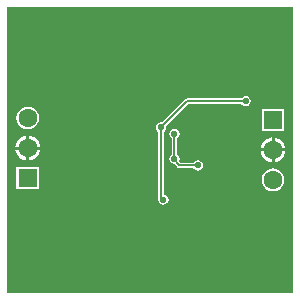
<source format=gbl>
G04*
G04 #@! TF.GenerationSoftware,Altium Limited,Altium Designer,20.1.14 (287)*
G04*
G04 Layer_Physical_Order=2*
G04 Layer_Color=16711680*
%FSLAX25Y25*%
%MOIN*%
G70*
G04*
G04 #@! TF.SameCoordinates,1C3036EA-9198-4DC0-AC4A-3EF54EA2E58D*
G04*
G04*
G04 #@! TF.FilePolarity,Positive*
G04*
G01*
G75*
%ADD36C,0.00600*%
%ADD37C,0.18000*%
%ADD38C,0.06299*%
%ADD39R,0.06299X0.06299*%
%ADD40C,0.02200*%
%ADD41C,0.01000*%
G36*
X96896Y1529D02*
X1529D01*
Y96896D01*
X96896D01*
Y1529D01*
D02*
G37*
%LPC*%
G36*
X81000Y67133D02*
X80337Y67001D01*
X79774Y66626D01*
X79569Y66318D01*
X61463D01*
X61112Y66248D01*
X60814Y66049D01*
X53119Y58354D01*
X52756Y58426D01*
X52093Y58294D01*
X51530Y57919D01*
X51155Y57356D01*
X51023Y56693D01*
X51155Y56030D01*
X51530Y55467D01*
X51838Y55261D01*
Y33444D01*
X51908Y33093D01*
X51952Y33028D01*
X51867Y32600D01*
X51999Y31937D01*
X52374Y31374D01*
X52937Y30999D01*
X53600Y30867D01*
X54263Y30999D01*
X54826Y31374D01*
X55201Y31937D01*
X55333Y32600D01*
X55201Y33263D01*
X54826Y33826D01*
X54263Y34201D01*
X53673Y34319D01*
Y55261D01*
X53982Y55467D01*
X54357Y56030D01*
X54489Y56693D01*
X54417Y57056D01*
X61843Y64482D01*
X79569D01*
X79774Y64174D01*
X80337Y63799D01*
X81000Y63667D01*
X81663Y63799D01*
X82226Y64174D01*
X82601Y64737D01*
X82733Y65400D01*
X82601Y66063D01*
X82226Y66626D01*
X81663Y67001D01*
X81000Y67133D01*
D02*
G37*
G36*
X8366Y63585D02*
X7387Y63456D01*
X6475Y63078D01*
X5692Y62477D01*
X5091Y61694D01*
X4713Y60782D01*
X4584Y59803D01*
X4713Y58824D01*
X5091Y57912D01*
X5692Y57129D01*
X6475Y56528D01*
X7387Y56150D01*
X8366Y56021D01*
X9345Y56150D01*
X10257Y56528D01*
X11040Y57129D01*
X11641Y57912D01*
X12019Y58824D01*
X12148Y59803D01*
X12019Y60782D01*
X11641Y61694D01*
X11040Y62477D01*
X10257Y63078D01*
X9345Y63456D01*
X8366Y63585D01*
D02*
G37*
G36*
X93907Y62962D02*
X86408D01*
Y55463D01*
X93907D01*
Y62962D01*
D02*
G37*
G36*
X8866Y53923D02*
Y50303D01*
X12486D01*
X12409Y50886D01*
X11991Y51896D01*
X11326Y52763D01*
X10459Y53428D01*
X9449Y53846D01*
X8866Y53923D01*
D02*
G37*
G36*
X7866D02*
X7283Y53846D01*
X6273Y53428D01*
X5407Y52763D01*
X4741Y51896D01*
X4323Y50886D01*
X4247Y50303D01*
X7866D01*
Y53923D01*
D02*
G37*
G36*
X90658Y53332D02*
Y49713D01*
X94277D01*
X94200Y50296D01*
X93782Y51305D01*
X93117Y52172D01*
X92250Y52837D01*
X91241Y53255D01*
X90658Y53332D01*
D02*
G37*
G36*
X89657D02*
X89074Y53255D01*
X88065Y52837D01*
X87198Y52172D01*
X86533Y51305D01*
X86115Y50296D01*
X86038Y49713D01*
X89657D01*
Y53332D01*
D02*
G37*
G36*
X12486Y49303D02*
X8866D01*
Y45684D01*
X9449Y45760D01*
X10459Y46178D01*
X11326Y46844D01*
X11991Y47710D01*
X12409Y48720D01*
X12486Y49303D01*
D02*
G37*
G36*
X7866D02*
X4247D01*
X4323Y48720D01*
X4741Y47710D01*
X5407Y46844D01*
X6273Y46178D01*
X7283Y45760D01*
X7866Y45684D01*
Y49303D01*
D02*
G37*
G36*
X94277Y48713D02*
X90658D01*
Y45093D01*
X91241Y45170D01*
X92250Y45588D01*
X93117Y46253D01*
X93782Y47120D01*
X94200Y48129D01*
X94277Y48713D01*
D02*
G37*
G36*
X89657D02*
X86038D01*
X86115Y48129D01*
X86533Y47120D01*
X87198Y46253D01*
X88065Y45588D01*
X89074Y45170D01*
X89657Y45093D01*
Y48713D01*
D02*
G37*
G36*
X57284Y56261D02*
X56620Y56129D01*
X56058Y55753D01*
X55682Y55191D01*
X55550Y54528D01*
X55682Y53864D01*
X56058Y53302D01*
X56366Y53096D01*
Y47691D01*
X56058Y47486D01*
X55682Y46923D01*
X55550Y46260D01*
X55682Y45597D01*
X56058Y45034D01*
X56620Y44658D01*
X57284Y44526D01*
X57361Y44542D01*
X57925Y43731D01*
X57925Y43731D01*
X57927Y43729D01*
X57986Y43672D01*
X58090Y43515D01*
X58587Y43183D01*
X59172Y43067D01*
Y43078D01*
X63628D01*
X63833Y42770D01*
X64396Y42395D01*
X65059Y42263D01*
X65722Y42395D01*
X66285Y42770D01*
X66660Y43333D01*
X66792Y43996D01*
X66660Y44659D01*
X66285Y45222D01*
X65722Y45597D01*
X65059Y45729D01*
X64396Y45597D01*
X63833Y45222D01*
X63628Y44914D01*
X59338D01*
X58874Y45580D01*
X58885Y45597D01*
X59017Y46260D01*
X58885Y46923D01*
X58509Y47486D01*
X58201Y47691D01*
Y53096D01*
X58509Y53302D01*
X58885Y53864D01*
X59017Y54528D01*
X58885Y55191D01*
X58509Y55753D01*
X57947Y56129D01*
X57284Y56261D01*
D02*
G37*
G36*
X12116Y43553D02*
X4617D01*
Y36054D01*
X12116D01*
Y43553D01*
D02*
G37*
G36*
X90158Y42995D02*
X89179Y42866D01*
X88266Y42488D01*
X87483Y41887D01*
X86882Y41104D01*
X86504Y40191D01*
X86375Y39213D01*
X86504Y38234D01*
X86882Y37322D01*
X87483Y36538D01*
X88266Y35937D01*
X89179Y35559D01*
X90158Y35431D01*
X91136Y35559D01*
X92049Y35937D01*
X92832Y36538D01*
X93433Y37322D01*
X93811Y38234D01*
X93939Y39213D01*
X93811Y40191D01*
X93433Y41104D01*
X92832Y41887D01*
X92049Y42488D01*
X91136Y42866D01*
X90158Y42995D01*
D02*
G37*
%LPD*%
D36*
X58681Y44251D02*
G03*
X59172Y43996I491J345D01*
G01*
X57200Y54444D02*
X57284Y54528D01*
Y46260D02*
Y54528D01*
X57284Y46260D02*
X57284Y46260D01*
X52756Y33444D02*
Y56693D01*
Y33444D02*
X53600Y32600D01*
X52756Y56693D02*
X52756D01*
X61463Y65400D01*
X59172Y43996D02*
X65059D01*
X58679Y44253D02*
X58681Y44251D01*
X57284Y46260D02*
X58679Y44253D01*
X61463Y65400D02*
X81000D01*
D37*
X15000Y15000D02*
D03*
X85000Y85000D02*
D03*
X15000D02*
D03*
X85000Y15000D02*
D03*
D38*
X8366Y59803D02*
D03*
Y49803D02*
D03*
X90158Y39213D02*
D03*
Y49213D02*
D03*
D39*
X8366Y39803D02*
D03*
X90158Y59213D02*
D03*
D40*
X57284Y46260D02*
D03*
X49213Y50787D02*
D03*
X49213Y47835D02*
D03*
X52756Y56693D02*
D03*
X57284Y54528D02*
D03*
X65059Y43996D02*
D03*
X81000Y65400D02*
D03*
X53600Y32600D02*
D03*
D41*
X8366Y49803D02*
X9783D01*
M02*

</source>
